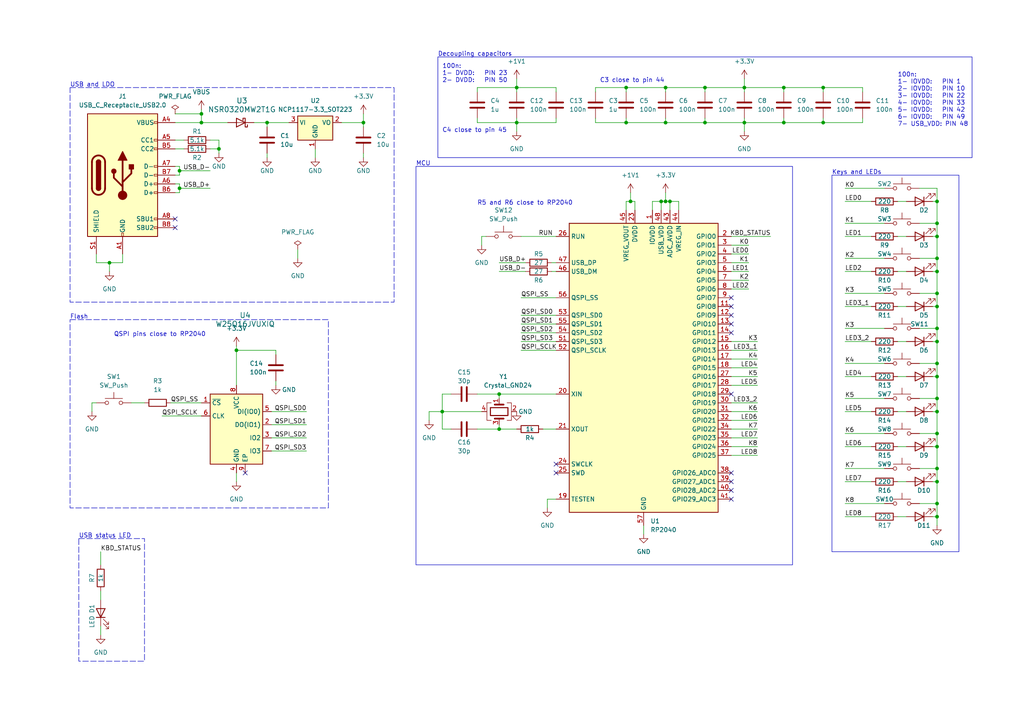
<source format=kicad_sch>
(kicad_sch (version 20230121) (generator eeschema)
  (paper "A4")
  (title_block (title "Keytao 1") (date "2023-07-03") (rev "0.1") (company "Asgragrt"))
  (lib_symbols
    (symbol "Connector:USB_C_Receptacle_USB2.0" (pin_names (offset 1.016))
      (property "Reference" "J" (at -10.16 19.05 0))
      (property "Value" "USB_C_Receptacle_USB2.0" (at 19.05 19.05 0))
      (symbol "USB_C_Receptacle_USB2.0_1_1"
        (pin passive line (at 0 -22.86 90) (length 5.08) (name "GND") (number "A1"))
        (pin passive line (at 0 -22.86 90) (length 5.08) hide (name "GND") (number "A12"))
        (pin passive line (at 15.24 15.24 180) (length 5.08) (name "VBUS") (number "A4"))
        (pin bidirectional line (at 15.24 10.16 180) (length 5.08) (name "CC1") (number "A5"))
        (pin bidirectional line (at 15.24 -2.54 180) (length 5.08) (name "D+") (number "A6"))
        (pin bidirectional line (at 15.24 2.54 180) (length 5.08) (name "D-") (number "A7"))
        (pin bidirectional line (at 15.24 -12.7 180) (length 5.08) (name "SBU1") (number "A8"))
        (pin passive line (at 15.24 15.24 180) (length 5.08) hide (name "VBUS") (number "A9"))
        (pin passive line (at 0 -22.86 90) (length 5.08) hide (name "GND") (number "B1"))
        (pin passive line (at 0 -22.86 90) (length 5.08) hide (name "GND") (number "B12"))
        (pin passive line (at 15.24 15.24 180) (length 5.08) hide (name "VBUS") (number "B4"))
        (pin bidirectional line (at 15.24 7.62 180) (length 5.08) (name "CC2") (number "B5"))
        (pin bidirectional line (at 15.24 -5.08 180) (length 5.08) (name "D+") (number "B6"))
        (pin bidirectional line (at 15.24 0 180) (length 5.08) (name "D-") (number "B7"))
        (pin bidirectional line (at 15.24 -15.24 180) (length 5.08) (name "SBU2") (number "B8"))
        (pin passive line (at 15.24 15.24 180) (length 5.08) hide (name "VBUS") (number "B9"))
        (pin passive line (at -7.62 -22.86 90) (length 5.08) (name "SHIELD") (number "S1"))
      )
    )
    (symbol "Device:C" (pin_numbers hide) (pin_names (offset 0.254))
      (property "Reference" "C" (at 0.635 2.54 0))
      (property "Value" "C" (at 0.635 -2.54 0))
      (symbol "C_1_1"
        (pin passive line (at 0 3.81 270) (length 2.794) (name "~") (number "1"))
        (pin passive line (at 0 -3.81 90) (length 2.794) (name "~") (number "2"))
      )
    )
    (symbol "Device:Crystal_GND24" (pin_names (offset 1.016) hide)
      (property "Reference" "Y" (at 3.175 5.08 0))
      (property "Value" "Crystal_GND24" (at 3.175 3.175 0))
      (symbol "Crystal_GND24_1_1"
        (pin passive line (at -3.81 0 0) (length 1.27) (name "1") (number "1"))
        (pin passive line (at 0 5.08 270) (length 1.27) (name "2") (number "2"))
        (pin passive line (at 3.81 0 180) (length 1.27) (name "3") (number "3"))
        (pin passive line (at 0 -5.08 90) (length 1.27) (name "4") (number "4"))
      )
    )
    (symbol "Device:LED" (pin_numbers hide) (pin_names (offset 1.016) hide)
      (property "Reference" "D" (at 0 2.54 0))
      (property "Value" "LED" (at 0 -2.54 0))
      (symbol "LED_1_1"
        (pin passive line (at -3.81 0 0) (length 2.54) (name "K") (number "1"))
        (pin passive line (at 3.81 0 180) (length 2.54) (name "A") (number "2"))
      )
    )
    (symbol "Device:R" (pin_numbers hide) (pin_names (offset 0))
      (property "Reference" "R" (at 2.032 0 90))
      (property "Value" "R" (at 0 0 90))
      (symbol "R_1_1"
        (pin passive line (at 0 3.81 270) (length 1.27) (name "~") (number "1"))
        (pin passive line (at 0 -3.81 90) (length 1.27) (name "~") (number "2"))
      )
    )
    (symbol "Diode:NSR0340HT1G" (pin_numbers hide) (pin_names (offset 1.016) hide)
      (property "Reference" "D" (at 0 2.54 0))
      (property "Value" "NSR0340HT1G" (at 0 -2.54 0))
      (symbol "NSR0340HT1G_1_1"
        (pin passive line (at -3.81 0 0) (length 2.54) (name "K") (number "1"))
        (pin passive line (at 3.81 0 180) (length 2.54) (name "A") (number "2"))
      )
    )
    (symbol "MCU_RaspberryPi:RP2040"
      (property "Reference" "U" (at 17.78 45.72 0))
      (property "Value" "RP2040" (at 17.78 43.18 0))
      (symbol "RP2040_1_1"
        (pin power_in line (at 2.54 45.72 270) (length 3.81) (name "IOVDD") (number "1"))
        (pin passive line (at 2.54 45.72 270) (length 3.81) hide (name "IOVDD") (number "10"))
        (pin bidirectional line (at 25.4 17.78 180) (length 3.81) (name "GPIO8") (number "11"))
        (pin bidirectional line (at 25.4 15.24 180) (length 3.81) (name "GPIO9") (number "12"))
        (pin bidirectional line (at 25.4 12.7 180) (length 3.81) (name "GPIO10") (number "13"))
        (pin bidirectional line (at 25.4 10.16 180) (length 3.81) (name "GPIO11") (number "14"))
        (pin bidirectional line (at 25.4 7.62 180) (length 3.81) (name "GPIO12") (number "15"))
        (pin bidirectional line (at 25.4 5.08 180) (length 3.81) (name "GPIO13") (number "16"))
        (pin bidirectional line (at 25.4 2.54 180) (length 3.81) (name "GPIO14") (number "17"))
        (pin bidirectional line (at 25.4 0 180) (length 3.81) (name "GPIO15") (number "18"))
        (pin input line (at -25.4 -38.1 0) (length 3.81) (name "TESTEN") (number "19"))
        (pin bidirectional line (at 25.4 38.1 180) (length 3.81) (name "GPIO0") (number "2"))
        (pin input line (at -25.4 -7.62 0) (length 3.81) (name "XIN") (number "20"))
        (pin passive line (at -25.4 -17.78 0) (length 3.81) (name "XOUT") (number "21"))
        (pin passive line (at 2.54 45.72 270) (length 3.81) hide (name "IOVDD") (number "22"))
        (pin power_in line (at -2.54 45.72 270) (length 3.81) (name "DVDD") (number "23"))
        (pin input line (at -25.4 -27.94 0) (length 3.81) (name "SWCLK") (number "24"))
        (pin bidirectional line (at -25.4 -30.48 0) (length 3.81) (name "SWD") (number "25"))
        (pin input line (at -25.4 38.1 0) (length 3.81) (name "RUN") (number "26"))
        (pin bidirectional line (at 25.4 -2.54 180) (length 3.81) (name "GPIO16") (number "27"))
        (pin bidirectional line (at 25.4 -5.08 180) (length 3.81) (name "GPIO17") (number "28"))
        (pin bidirectional line (at 25.4 -7.62 180) (length 3.81) (name "GPIO18") (number "29"))
        (pin bidirectional line (at 25.4 35.56 180) (length 3.81) (name "GPIO1") (number "3"))
        (pin bidirectional line (at 25.4 -10.16 180) (length 3.81) (name "GPIO19") (number "30"))
        (pin bidirectional line (at 25.4 -12.7 180) (length 3.81) (name "GPIO20") (number "31"))
        (pin bidirectional line (at 25.4 -15.24 180) (length 3.81) (name "GPIO21") (number "32"))
        (pin passive line (at 2.54 45.72 270) (length 3.81) hide (name "IOVDD") (number "33"))
        (pin bidirectional line (at 25.4 -17.78 180) (length 3.81) (name "GPIO22") (number "34"))
        (pin bidirectional line (at 25.4 -20.32 180) (length 3.81) (name "GPIO23") (number "35"))
        (pin bidirectional line (at 25.4 -22.86 180) (length 3.81) (name "GPIO24") (number "36"))
        (pin bidirectional line (at 25.4 -25.4 180) (length 3.81) (name "GPIO25") (number "37"))
        (pin bidirectional line (at 25.4 -30.48 180) (length 3.81) (name "GPIO26_ADC0") (number "38"))
        (pin bidirectional line (at 25.4 -33.02 180) (length 3.81) (name "GPIO27_ADC1") (number "39"))
        (pin bidirectional line (at 25.4 33.02 180) (length 3.81) (name "GPIO2") (number "4"))
        (pin bidirectional line (at 25.4 -35.56 180) (length 3.81) (name "GPIO28_ADC2") (number "40"))
        (pin bidirectional line (at 25.4 -38.1 180) (length 3.81) (name "GPIO29_ADC3") (number "41"))
        (pin passive line (at 2.54 45.72 270) (length 3.81) hide (name "IOVDD") (number "42"))
        (pin power_in line (at 7.62 45.72 270) (length 3.81) (name "ADC_AVDD") (number "43"))
        (pin power_in line (at 10.16 45.72 270) (length 3.81) (name "VREG_IN") (number "44"))
        (pin power_out line (at -5.08 45.72 270) (length 3.81) (name "VREG_VOUT") (number "45"))
        (pin bidirectional line (at -25.4 27.94 0) (length 3.81) (name "USB_DM") (number "46"))
        (pin bidirectional line (at -25.4 30.48 0) (length 3.81) (name "USB_DP") (number "47"))
        (pin power_in line (at 5.08 45.72 270) (length 3.81) (name "USB_VDD") (number "48"))
        (pin passive line (at 2.54 45.72 270) (length 3.81) hide (name "IOVDD") (number "49"))
        (pin bidirectional line (at 25.4 30.48 180) (length 3.81) (name "GPIO3") (number "5"))
        (pin passive line (at -2.54 45.72 270) (length 3.81) hide (name "DVDD") (number "50"))
        (pin bidirectional line (at -25.4 7.62 0) (length 3.81) (name "QSPI_SD3") (number "51"))
        (pin output line (at -25.4 5.08 0) (length 3.81) (name "QSPI_SCLK") (number "52"))
        (pin bidirectional line (at -25.4 15.24 0) (length 3.81) (name "QSPI_SD0") (number "53"))
        (pin bidirectional line (at -25.4 10.16 0) (length 3.81) (name "QSPI_SD2") (number "54"))
        (pin bidirectional line (at -25.4 12.7 0) (length 3.81) (name "QSPI_SD1") (number "55"))
        (pin bidirectional line (at -25.4 20.32 0) (length 3.81) (name "QSPI_SS") (number "56"))
        (pin power_in line (at 0 -45.72 90) (length 3.81) (name "GND") (number "57"))
        (pin bidirectional line (at 25.4 27.94 180) (length 3.81) (name "GPIO4") (number "6"))
        (pin bidirectional line (at 25.4 25.4 180) (length 3.81) (name "GPIO5") (number "7"))
        (pin bidirectional line (at 25.4 22.86 180) (length 3.81) (name "GPIO6") (number "8"))
        (pin bidirectional line (at 25.4 20.32 180) (length 3.81) (name "GPIO7") (number "9"))
      )
    )
    (symbol "Memory_Flash:W25Q32JVZP"
      (property "Reference" "U4" (at 2.54 33.02 0))
      (property "Value" "W25Q16JVUXIQ" (at 2.54 30.48 0))
      (symbol "W25Q32JVZP_1_1"
        (pin input line (at -10.16 7.62 0) (length 2.54) (name "~{CS}") (number "1"))
        (pin bidirectional line (at 10.16 1.27 180) (length 2.54) (name "DO(IO1)") (number "2"))
        (pin bidirectional line (at 10.16 -2.54 180) (length 2.54) (name "IO2") (number "3"))
        (pin power_in line (at 0 -12.7 90) (length 2.54) (name "GND") (number "4"))
        (pin bidirectional line (at 10.16 5.08 180) (length 2.54) (name "DI(IO0)") (number "5"))
        (pin input line (at -10.16 3.81 0) (length 2.54) (name "CLK") (number "6"))
        (pin bidirectional line (at 10.16 -6.35 180) (length 2.54) (name "IO3") (number "7"))
        (pin power_in line (at 0 12.7 270) (length 2.54) (name "VCC") (number "8"))
        (pin passive line (at 2.54 -12.7 90) (length 2.54) (name "EP") (number "9"))
      )
    )
    (symbol "Regulator_Linear:NCP1117-3.3_SOT223"
      (property "Reference" "U" (at -3.81 3.175 0))
      (property "Value" "NCP1117-3.3_SOT223" (at 0 3.175 0))
      (symbol "NCP1117-3.3_SOT223_1_1"
        (pin power_in line (at 0 -7.62 90) (length 2.54) (name "GND") (number "1"))
        (pin power_out line (at 7.62 0 180) (length 2.54) (name "VO") (number "2"))
        (pin power_in line (at -7.62 0 0) (length 2.54) (name "VI") (number "3"))
      )
    )
    (symbol "Switch:SW_Push" (pin_numbers hide) (pin_names (offset 1.016) hide)
      (property "Reference" "SW" (at 1.27 2.54 0))
      (property "Value" "SW_Push" (at 0 -1.524 0))
      (symbol "SW_Push_0_1"
        (pin passive line (at -5.08 0 0) (length 2.54) (name "1") (number "1"))
        (pin passive line (at 5.08 0 180) (length 2.54) (name "2") (number "2"))
      )
    )
    (symbol "power:+1V1" (power) (pin_names (offset 0))
      (property "Value" "+1V1" (at 0 3.556 0))
      (symbol "+1V1_1_1"
        (pin power_in line (at 0 0 90) (length 0) hide (name "+1V1") (number "1"))
      )
    )
    (symbol "power:+3.3V" (power) (pin_names (offset 0))
      (property "Value" "+3.3V" (at 0 3.556 0))
      (symbol "+3.3V_1_1"
        (pin power_in line (at 0 0 90) (length 0) hide (name "+3.3V") (number "1"))
      )
    )
    (symbol "power:GND" (power) (pin_names (offset 0))
      (property "Value" "GND" (at 0 -3.81 0))
      (symbol "GND_1_1"
        (pin power_in line (at 0 0 270) (length 0) hide (name "GND") (number "1"))
      )
    )
    (symbol "power:PWR_FLAG" (power) (pin_numbers hide) (pin_names (offset 0) hide)
      (property "Value" "PWR_FLAG" (at 0 3.81 0))
      (symbol "PWR_FLAG_0_0"
        (pin power_out line (at 0 0 90) (length 0) (name "pwr") (number "1"))
      )
    )
    (symbol "power:VBUS" (power) (pin_names (offset 0))
      (property "Value" "VBUS" (at 0 3.81 0))
      (symbol "VBUS_1_1"
        (pin power_in line (at 0 0 90) (length 0) hide (name "VBUS") (number "1"))
      )
    )
  )
  (junction (at 271.78 85.09))
  (junction (at 271.78 146.05))
  (junction (at 271.78 109.22))
  (junction (at 271.78 88.9))
  (junction (at 149.86 35.56))
  (junction (at 271.78 78.74))
  (junction (at 271.78 64.77))
  (junction (at 182.88 58.42))
  (junction (at 271.78 119.38))
  (junction (at 31.75 76.2))
  (junction (at 271.78 95.25))
  (junction (at 227.33 25.4))
  (junction (at 52.07 54.61))
  (junction (at 105.41 35.56))
  (junction (at 271.78 68.58))
  (junction (at 204.47 35.56))
  (junction (at 271.78 99.06))
  (junction (at 194.31 58.42))
  (junction (at 63.5 43.18))
  (junction (at 128.27 119.38))
  (junction (at 144.78 124.46))
  (junction (at 215.9 25.4))
  (junction (at 58.42 33.02))
  (junction (at 204.47 25.4))
  (junction (at 193.04 35.56))
  (junction (at 77.47 35.56))
  (junction (at 271.78 105.41))
  (junction (at 271.78 58.42))
  (junction (at 238.76 35.56))
  (junction (at 68.58 101.6))
  (junction (at 181.61 25.4))
  (junction (at 271.78 129.54))
  (junction (at 238.76 25.4))
  (junction (at 149.86 25.4))
  (junction (at 181.61 35.56))
  (junction (at 52.07 49.53))
  (junction (at 193.04 25.4))
  (junction (at 215.9 35.56))
  (junction (at 144.78 114.3))
  (junction (at 271.78 149.86))
  (junction (at 193.04 58.42))
  (junction (at 191.77 58.42))
  (junction (at 227.33 35.56))
  (junction (at 271.78 125.73))
  (junction (at 271.78 74.93))
  (junction (at 271.78 135.89))
  (junction (at 271.78 115.57))
  (junction (at 58.42 35.56))
  (junction (at 271.78 139.7))
  (no_connect (at 212.09 139.7))
  (no_connect (at 212.09 114.3))
  (no_connect (at 212.09 91.44))
  (no_connect (at 161.29 137.16))
  (no_connect (at 50.8 66.04))
  (no_connect (at 212.09 142.24))
  (no_connect (at 212.09 86.36))
  (no_connect (at 50.8 63.5))
  (no_connect (at 212.09 96.52))
  (no_connect (at 212.09 93.98))
  (no_connect (at 161.29 134.62))
  (no_connect (at 71.12 137.16))
  (no_connect (at 212.09 144.78))
  (no_connect (at 212.09 137.16))
  (no_connect (at 212.09 88.9))
  (wire (pts (xy 50.8 55.88) (xy 52.07 55.88)))
  (wire (pts (xy 217.17 78.74) (xy 212.09 78.74)))
  (wire (pts (xy 144.78 124.46) (xy 149.86 124.46)))
  (wire (pts (xy 250.19 26.67) (xy 250.19 25.4)))
  (wire (pts (xy 271.78 64.77) (xy 271.78 68.58)))
  (wire (pts (xy 215.9 25.4) (xy 227.33 25.4)))
  (wire (pts (xy 270.51 129.54) (xy 271.78 129.54)))
  (wire (pts (xy 270.51 58.42) (xy 271.78 58.42)))
  (wire (pts (xy 262.89 139.7) (xy 260.35 139.7)))
  (wire (pts (xy 63.5 40.64) (xy 63.5 43.18)))
  (wire (pts (xy 29.21 181.61) (xy 29.21 184.15)))
  (wire (pts (xy 204.47 25.4) (xy 193.04 25.4)))
  (wire (pts (xy 151.13 99.06) (xy 161.29 99.06)))
  (wire (pts (xy 144.78 114.3) (xy 161.29 114.3)))
  (wire (pts (xy 266.7 54.61) (xy 271.78 54.61)))
  (wire (pts (xy 245.11 58.42) (xy 252.73 58.42)))
  (wire (pts (xy 245.11 99.06) (xy 252.73 99.06)))
  (wire (pts (xy 271.78 129.54) (xy 271.78 135.89)))
  (wire (pts (xy 245.11 129.54) (xy 252.73 129.54)))
  (wire (pts (xy 245.11 115.57) (xy 256.54 115.57)))
  (wire (pts (xy 266.7 64.77) (xy 271.78 64.77)))
  (wire (pts (xy 80.01 101.6) (xy 68.58 101.6)))
  (wire (pts (xy 262.89 88.9) (xy 260.35 88.9)))
  (wire (pts (xy 52.07 54.61) (xy 60.96 54.61)))
  (wire (pts (xy 182.88 58.42) (xy 184.15 58.42)))
  (wire (pts (xy 124.46 121.92) (xy 124.46 119.38)))
  (wire (pts (xy 204.47 26.67) (xy 204.47 25.4)))
  (wire (pts (xy 271.78 119.38) (xy 271.78 125.73)))
  (wire (pts (xy 144.78 114.3) (xy 138.43 114.3)))
  (wire (pts (xy 215.9 22.86) (xy 215.9 25.4)))
  (wire (pts (xy 262.89 58.42) (xy 260.35 58.42)))
  (wire (pts (xy 138.43 34.29) (xy 138.43 35.56)))
  (wire (pts (xy 271.78 85.09) (xy 271.78 88.9)))
  (wire (pts (xy 262.89 99.06) (xy 260.35 99.06)))
  (wire (pts (xy 78.74 123.19) (xy 88.9 123.19)))
  (wire (pts (xy 181.61 35.56) (xy 181.61 34.29)))
  (wire (pts (xy 189.23 60.96) (xy 189.23 58.42)))
  (wire (pts (xy 219.71 127) (xy 212.09 127)))
  (wire (pts (xy 149.86 25.4) (xy 149.86 26.67)))
  (wire (pts (xy 149.86 22.86) (xy 149.86 25.4)))
  (wire (pts (xy 193.04 58.42) (xy 194.31 58.42)))
  (wire (pts (xy 151.13 96.52) (xy 161.29 96.52)))
  (wire (pts (xy 194.31 58.42) (xy 196.85 58.42)))
  (wire (pts (xy 219.71 106.68) (xy 212.09 106.68)))
  (wire (pts (xy 50.8 33.02) (xy 58.42 33.02)))
  (wire (pts (xy 35.56 73.66) (xy 35.56 76.2)))
  (wire (pts (xy 266.7 95.25) (xy 271.78 95.25)))
  (wire (pts (xy 138.43 25.4) (xy 149.86 25.4)))
  (wire (pts (xy 219.71 116.84) (xy 212.09 116.84)))
  (wire (pts (xy 77.47 44.45) (xy 77.47 45.72)))
  (wire (pts (xy 196.85 60.96) (xy 196.85 58.42)))
  (wire (pts (xy 227.33 34.29) (xy 227.33 35.56)))
  (wire (pts (xy 219.71 111.76) (xy 212.09 111.76)))
  (wire (pts (xy 130.81 124.46) (xy 128.27 124.46)))
  (wire (pts (xy 138.43 26.67) (xy 138.43 25.4)))
  (wire (pts (xy 151.13 93.98) (xy 161.29 93.98)))
  (wire (pts (xy 139.7 68.58) (xy 139.7 71.12)))
  (wire (pts (xy 271.78 125.73) (xy 271.78 129.54)))
  (wire (pts (xy 270.51 139.7) (xy 271.78 139.7)))
  (wire (pts (xy 245.11 78.74) (xy 252.73 78.74)))
  (wire (pts (xy 270.51 88.9) (xy 271.78 88.9)))
  (wire (pts (xy 271.78 78.74) (xy 271.78 85.09)))
  (wire (pts (xy 73.66 35.56) (xy 77.47 35.56)))
  (wire (pts (xy 219.71 132.08) (xy 212.09 132.08)))
  (wire (pts (xy 181.61 58.42) (xy 182.88 58.42)))
  (wire (pts (xy 52.07 54.61) (xy 52.07 55.88)))
  (wire (pts (xy 217.17 83.82) (xy 212.09 83.82)))
  (wire (pts (xy 181.61 26.67) (xy 181.61 25.4)))
  (wire (pts (xy 271.78 88.9) (xy 271.78 95.25)))
  (wire (pts (xy 271.78 54.61) (xy 271.78 58.42)))
  (wire (pts (xy 182.88 55.88) (xy 182.88 58.42)))
  (wire (pts (xy 27.94 116.84) (xy 26.67 116.84)))
  (wire (pts (xy 245.11 54.61) (xy 256.54 54.61)))
  (wire (pts (xy 172.72 34.29) (xy 172.72 35.56)))
  (wire (pts (xy 191.77 58.42) (xy 193.04 58.42)))
  (wire (pts (xy 250.19 34.29) (xy 250.19 35.56)))
  (wire (pts (xy 50.8 48.26) (xy 52.07 48.26)))
  (wire (pts (xy 238.76 34.29) (xy 238.76 35.56)))
  (wire (pts (xy 215.9 35.56) (xy 215.9 38.1)))
  (wire (pts (xy 78.74 119.38) (xy 88.9 119.38)))
  (wire (pts (xy 245.11 149.86) (xy 252.73 149.86)))
  (wire (pts (xy 245.11 88.9) (xy 252.73 88.9)))
  (wire (pts (xy 266.7 74.93) (xy 271.78 74.93)))
  (wire (pts (xy 31.75 76.2) (xy 35.56 76.2)))
  (wire (pts (xy 245.11 125.73) (xy 256.54 125.73)))
  (wire (pts (xy 138.43 35.56) (xy 149.86 35.56)))
  (wire (pts (xy 191.77 58.42) (xy 191.77 60.96)))
  (wire (pts (xy 80.01 111.76) (xy 80.01 110.49)))
  (wire (pts (xy 184.15 58.42) (xy 184.15 60.96)))
  (wire (pts (xy 140.97 68.58) (xy 139.7 68.58)))
  (wire (pts (xy 266.7 146.05) (xy 271.78 146.05)))
  (wire (pts (xy 149.86 25.4) (xy 161.29 25.4)))
  (wire (pts (xy 223.52 68.58) (xy 212.09 68.58)))
  (wire (pts (xy 245.11 135.89) (xy 256.54 135.89)))
  (wire (pts (xy 270.51 119.38) (xy 271.78 119.38)))
  (wire (pts (xy 49.53 116.84) (xy 58.42 116.84)))
  (wire (pts (xy 27.94 76.2) (xy 31.75 76.2)))
  (wire (pts (xy 245.11 85.09) (xy 256.54 85.09)))
  (wire (pts (xy 238.76 25.4) (xy 238.76 26.67)))
  (wire (pts (xy 204.47 34.29) (xy 204.47 35.56)))
  (wire (pts (xy 68.58 137.16) (xy 68.58 139.7)))
  (wire (pts (xy 271.78 149.86) (xy 271.78 152.4)))
  (wire (pts (xy 238.76 35.56) (xy 227.33 35.56)))
  (wire (pts (xy 271.78 115.57) (xy 271.78 119.38)))
  (wire (pts (xy 161.29 34.29) (xy 161.29 35.56)))
  (wire (pts (xy 271.78 99.06) (xy 271.78 105.41)))
  (wire (pts (xy 172.72 26.67) (xy 172.72 25.4)))
  (wire (pts (xy 227.33 25.4) (xy 238.76 25.4)))
  (wire (pts (xy 151.13 86.36) (xy 161.29 86.36)))
  (wire (pts (xy 219.71 121.92) (xy 212.09 121.92)))
  (wire (pts (xy 128.27 119.38) (xy 139.7 119.38)))
  (wire (pts (xy 245.11 95.25) (xy 256.54 95.25)))
  (wire (pts (xy 58.42 35.56) (xy 66.04 35.56)))
  (wire (pts (xy 271.78 146.05) (xy 271.78 149.86)))
  (wire (pts (xy 266.7 125.73) (xy 271.78 125.73)))
  (wire (pts (xy 215.9 35.56) (xy 204.47 35.56)))
  (wire (pts (xy 31.75 76.2) (xy 31.75 78.74)))
  (wire (pts (xy 245.11 109.22) (xy 252.73 109.22)))
  (wire (pts (xy 50.8 43.18) (xy 53.34 43.18)))
  (wire (pts (xy 63.5 43.18) (xy 63.5 44.45)))
  (wire (pts (xy 219.71 109.22) (xy 212.09 109.22)))
  (wire (pts (xy 124.46 119.38) (xy 128.27 119.38)))
  (wire (pts (xy 238.76 25.4) (xy 250.19 25.4)))
  (wire (pts (xy 219.71 99.06) (xy 212.09 99.06)))
  (wire (pts (xy 149.86 35.56) (xy 149.86 38.1)))
  (wire (pts (xy 186.69 152.4) (xy 186.69 154.94)))
  (wire (pts (xy 105.41 35.56) (xy 105.41 36.83)))
  (wire (pts (xy 193.04 25.4) (xy 193.04 26.67)))
  (wire (pts (xy 219.71 124.46) (xy 212.09 124.46)))
  (wire (pts (xy 58.42 33.02) (xy 58.42 35.56)))
  (wire (pts (xy 227.33 25.4) (xy 227.33 26.67)))
  (wire (pts (xy 215.9 34.29) (xy 215.9 35.56)))
  (wire (pts (xy 245.11 64.77) (xy 256.54 64.77)))
  (wire (pts (xy 266.7 105.41) (xy 271.78 105.41)))
  (wire (pts (xy 245.11 74.93) (xy 256.54 74.93)))
  (wire (pts (xy 262.89 149.86) (xy 260.35 149.86)))
  (wire (pts (xy 128.27 124.46) (xy 128.27 119.38)))
  (wire (pts (xy 193.04 55.88) (xy 193.04 58.42)))
  (wire (pts (xy 245.11 119.38) (xy 252.73 119.38)))
  (wire (pts (xy 194.31 60.96) (xy 194.31 58.42)))
  (wire (pts (xy 52.07 48.26) (xy 52.07 49.53)))
  (wire (pts (xy 266.7 135.89) (xy 271.78 135.89)))
  (wire (pts (xy 181.61 25.4) (xy 193.04 25.4)))
  (wire (pts (xy 271.78 109.22) (xy 271.78 115.57)))
  (wire (pts (xy 217.17 76.2) (xy 212.09 76.2)))
  (wire (pts (xy 271.78 95.25) (xy 271.78 99.06)))
  (wire (pts (xy 52.07 49.53) (xy 52.07 50.8)))
  (wire (pts (xy 80.01 102.87) (xy 80.01 101.6)))
  (wire (pts (xy 60.96 43.18) (xy 63.5 43.18)))
  (wire (pts (xy 105.41 33.02) (xy 105.41 35.56)))
  (wire (pts (xy 26.67 116.84) (xy 26.67 119.38)))
  (wire (pts (xy 144.78 78.74) (xy 152.4 78.74)))
  (wire (pts (xy 219.71 104.14) (xy 212.09 104.14)))
  (wire (pts (xy 149.86 35.56) (xy 161.29 35.56)))
  (wire (pts (xy 151.13 91.44) (xy 161.29 91.44)))
  (wire (pts (xy 52.07 53.34) (xy 52.07 54.61)))
  (wire (pts (xy 38.1 116.84) (xy 41.91 116.84)))
  (wire (pts (xy 128.27 114.3) (xy 130.81 114.3)))
  (wire (pts (xy 262.89 68.58) (xy 260.35 68.58)))
  (wire (pts (xy 157.48 124.46) (xy 161.29 124.46)))
  (wire (pts (xy 271.78 105.41) (xy 271.78 109.22)))
  (wire (pts (xy 158.75 144.78) (xy 161.29 144.78)))
  (wire (pts (xy 149.86 34.29) (xy 149.86 35.56)))
  (wire (pts (xy 50.8 40.64) (xy 53.34 40.64)))
  (wire (pts (xy 151.13 68.58) (xy 161.29 68.58)))
  (wire (pts (xy 86.36 72.39) (xy 86.36 74.93)))
  (wire (pts (xy 58.42 31.75) (xy 58.42 33.02)))
  (wire (pts (xy 68.58 101.6) (xy 68.58 111.76)))
  (wire (pts (xy 52.07 49.53) (xy 60.96 49.53)))
  (wire (pts (xy 217.17 81.28) (xy 212.09 81.28)))
  (wire (pts (xy 217.17 73.66) (xy 212.09 73.66)))
  (wire (pts (xy 262.89 109.22) (xy 260.35 109.22)))
  (wire (pts (xy 50.8 53.34) (xy 52.07 53.34)))
  (wire (pts (xy 46.99 120.65) (xy 58.42 120.65)))
  (wire (pts (xy 266.7 85.09) (xy 271.78 85.09)))
  (wire (pts (xy 128.27 119.38) (xy 128.27 114.3)))
  (wire (pts (xy 270.51 149.86) (xy 271.78 149.86)))
  (wire (pts (xy 227.33 35.56) (xy 215.9 35.56)))
  (wire (pts (xy 271.78 68.58) (xy 271.78 74.93)))
  (wire (pts (xy 245.11 68.58) (xy 252.73 68.58)))
  (wire (pts (xy 270.51 99.06) (xy 271.78 99.06)))
  (wire (pts (xy 245.11 139.7) (xy 252.73 139.7)))
  (wire (pts (xy 193.04 35.56) (xy 181.61 35.56)))
  (wire (pts (xy 27.94 73.66) (xy 27.94 76.2)))
  (wire (pts (xy 172.72 25.4) (xy 181.61 25.4)))
  (wire (pts (xy 172.72 35.56) (xy 181.61 35.56)))
  (wire (pts (xy 270.51 109.22) (xy 271.78 109.22)))
  (wire (pts (xy 204.47 25.4) (xy 215.9 25.4)))
  (wire (pts (xy 271.78 139.7) (xy 271.78 146.05)))
  (wire (pts (xy 193.04 34.29) (xy 193.04 35.56)))
  (wire (pts (xy 189.23 58.42) (xy 191.77 58.42)))
  (wire (pts (xy 270.51 68.58) (xy 271.78 68.58)))
  (wire (pts (xy 77.47 36.83) (xy 77.47 35.56)))
  (wire (pts (xy 245.11 146.05) (xy 256.54 146.05)))
  (wire (pts (xy 219.71 129.54) (xy 212.09 129.54)))
  (wire (pts (xy 77.47 35.56) (xy 83.82 35.56)))
  (wire (pts (xy 151.13 101.6) (xy 161.29 101.6)))
  (wire (pts (xy 271.78 74.93) (xy 271.78 78.74)))
  (wire (pts (xy 91.44 43.18) (xy 91.44 45.72)))
  (wire (pts (xy 29.21 160.02) (xy 29.21 163.83)))
  (wire (pts (xy 219.71 101.6) (xy 212.09 101.6)))
  (wire (pts (xy 68.58 100.33) (xy 68.58 101.6)))
  (wire (pts (xy 160.02 76.2) (xy 161.29 76.2)))
  (wire (pts (xy 204.47 35.56) (xy 193.04 35.56)))
  (wire (pts (xy 50.8 50.8) (xy 52.07 50.8)))
  (wire (pts (xy 270.51 78.74) (xy 271.78 78.74)))
  (wire (pts (xy 215.9 25.4) (xy 215.9 26.67)))
  (wire (pts (xy 262.89 78.74) (xy 260.35 78.74)))
  (wire (pts (xy 50.8 35.56) (xy 58.42 35.56)))
  (wire (pts (xy 144.78 124.46) (xy 144.78 123.19)))
  (wire (pts (xy 78.74 127) (xy 88.9 127)))
  (wire (pts (xy 138.43 124.46) (xy 144.78 124.46)))
  (wire (pts (xy 262.89 119.38) (xy 260.35 119.38)))
  (wire (pts (xy 29.21 171.45) (xy 29.21 173.99)))
  (wire (pts (xy 250.19 35.56) (xy 238.76 35.56)))
  (wire (pts (xy 271.78 135.89) (xy 271.78 139.7)))
  (wire (pts (xy 219.71 119.38) (xy 212.09 119.38)))
  (wire (pts (xy 217.17 71.12) (xy 212.09 71.12)))
  (wire (pts (xy 245.11 105.41) (xy 256.54 105.41)))
  (wire (pts (xy 161.29 25.4) (xy 161.29 26.67)))
  (wire (pts (xy 266.7 115.57) (xy 271.78 115.57)))
  (wire (pts (xy 158.75 147.32) (xy 158.75 144.78)))
  (wire (pts (xy 160.02 78.74) (xy 161.29 78.74)))
  (wire (pts (xy 144.78 115.57) (xy 144.78 114.3)))
  (wire (pts (xy 144.78 76.2) (xy 152.4 76.2)))
  (wire (pts (xy 262.89 129.54) (xy 260.35 129.54)))
  (wire (pts (xy 60.96 40.64) (xy 63.5 40.64)))
  (wire (pts (xy 78.74 130.81) (xy 88.9 130.81)))
  (wire (pts (xy 271.78 58.42) (xy 271.78 64.77)))
  (wire (pts (xy 99.06 35.56) (xy 105.41 35.56)))
  (wire (pts (xy 105.41 44.45) (xy 105.41 45.72)))
  (wire (pts (xy 181.61 60.96) (xy 181.61 58.42)))
  (rectangle (start 241.3 50.8) (end 278.13 160.02))
  (rectangle (start 20.32 25.4) (end 114.3 87.63) (stroke (width 0) (type dash)))
  (rectangle (start 127 16.51) (end 281.94 45.72))
  (rectangle (start 120.65 48.26) (end 229.87 163.83))
  (rectangle (start 22.86 156.21) (end 41.91 191.77) (stroke (width 0) (type dash)))
  (rectangle (start 20.32 92.71) (end 95.25 147.32) (stroke (width 0) (type dash)))
  (text "C4 close to pin 45\n\n" (at 128.27 40.64 0) (effects (font (size 1.27 1.27)) (justify left bottom)))
  (text "100n:\n1- IOVDD:   PIN 1\n2- IOVDD:   PIN 10\n3- IOVDD:   PIN 22\n4- IOVDD:   PIN 33\n5- IOVDD:   PIN 42\n6- IOVDD:   PIN 49\n7- USB_VDD: PIN 48" (at 260.35 36.83 0) (effects (font (size 1.27 1.27)) (justify left bottom)))
  (text "Keys and LEDs" (at 241.3 50.8 0) (effects (font (size 1.27 1.27)) (justify left bottom)))
  (text "MCU" (at 120.65 48.26 0) (effects (font (size 1.27 1.27)) (justify left bottom)))
  (text "Flash\n" (at 20.32 92.71 0) (effects (font (size 1.27 1.27)) (justify left bottom)))
  (text "QSPI pins close to RP2040\n" (at 33.02 97.79 0) (effects (font (size 1.27 1.27)) (justify left bottom)))
  (text "C3 close to pin 44\n" (at 173.99 24.13 0) (effects (font (size 1.27 1.27)) (justify left bottom)))
  (text "USB and LDO" (at 20.32 25.4 0) (effects (font (size 1.27 1.27)) (justify left bottom)))
  (text "USB status LED\n" (at 22.86 156.21 0) (effects (font (size 1.27 1.27)) (justify left bottom)))
  (text "100n:\n1- DVDD:   PIN 23\n2- DVDD:   PIN 50" (at 128.27 24.13 0) (effects (font (size 1.27 1.27)) (justify left bottom)))
  (text "R5 and R6 close to RP2040\n" (at 138.43 59.69 0) (effects (font (size 1.27 1.27)) (justify left bottom)))
  (text "Decoupling capacitors\n" (at 127 16.51 0) (effects (font (size 1.27 1.27)) (justify left bottom)))
  (label "K2" (at 217.17 81.28 180))
  (label "K1" (at 245.11 64.77 0))
  (label "K3" (at 245.11 95.25 0))
  (label "USB_D-" (at 144.78 78.74 0))
  (label "KBD_STATUS" (at 223.52 68.58 180))
  (label "QSPI_SD2" (at 151.13 96.52 0))
  (label "LED2" (at 217.17 83.82 180))
  (label "K5" (at 245.11 115.57 0))
  (label "LED2" (at 245.11 78.74 0))
  (label "K3" (at 219.71 99.06 180))
  (label "USB_D+" (at 144.78 76.2 0))
  (label "K7" (at 245.11 135.89 0))
  (label "QSPI_SD1" (at 88.9 123.19 180))
  (label "LED1" (at 245.11 68.58 0))
  (label "K3" (at 245.11 85.09 0))
  (label "K0" (at 217.17 71.12 180))
  (label "QSPI_SD2" (at 88.9 127 180))
  (label "QSPI_SD1" (at 151.13 93.98 0))
  (label "K7" (at 219.71 124.46 180))
  (label "LED4" (at 219.71 106.68 180))
  (label "RUN" (at 156.21 68.58 0))
  (label "LED8" (at 219.71 132.08 180))
  (label "LED1" (at 217.17 78.74 180))
  (label "K6" (at 245.11 125.73 0))
  (label "K4" (at 219.71 104.14 180))
  (label "LED0" (at 217.17 73.66 180))
  (label "LED6" (at 245.11 129.54 0))
  (label "QSPI_SS" (at 151.13 86.36 0))
  (label "LED6" (at 219.71 121.92 180))
  (label "QSPI_SD0" (at 151.13 91.44 0))
  (label "K6" (at 219.71 119.38 180))
  (label "USB_D-" (at 60.96 49.53 180))
  (label "LED5" (at 245.11 119.38 0))
  (label "LED5" (at 219.71 111.76 180))
  (label "K0" (at 245.11 54.61 0))
  (label "QSPI_SD3" (at 88.9 130.81 180))
  (label "USB_D+" (at 60.96 54.61 180))
  (label "QSPI_SS" (at 49.53 116.84 0))
  (label "LED3_2" (at 219.71 116.84 180))
  (label "LED3_1" (at 219.71 101.6 180))
  (label "LED3_1" (at 245.11 88.9 0))
  (label "LED8" (at 245.11 149.86 0))
  (label "K8" (at 219.71 129.54 180))
  (label "QSPI_SCLK" (at 46.99 120.65 0))
  (label "K8" (at 245.11 146.05 0))
  (label "LED4" (at 245.11 109.22 0))
  (label "K4" (at 245.11 105.41 0))
  (label "K5" (at 219.71 109.22 180))
  (label "LED0" (at 245.11 58.42 0))
  (label "QSPI_SD3" (at 151.13 99.06 0))
  (label "K2" (at 245.11 74.93 0))
  (label "QSPI_SCLK" (at 151.13 101.6 0))
  (label "K1" (at 217.17 76.2 180))
  (label "KBD_STATUS" (at 29.21 160.02 0))
  (label "QSPI_SD0" (at 88.9 119.38 180))
  (label "LED3_2" (at 245.11 99.06 0))
  (label "LED7" (at 219.71 127 180))
  (label "LED7" (at 245.11 139.7 0))
  (symbol (lib_id "power:VBUS") (at 58.42 31.75 0) (unit 1)
    (property "Reference" "#PWR023" (effects hide))
    (property "Value" "VBUS" (at 58.42 26.67 0))
  )
  (symbol (lib_id "power:GND") (at 77.47 45.72 0) (unit 1)
    (property "Reference" "#PWR03" (effects hide))
    (property "Value" "GND" (at 77.47 49.53 0))
  )
  (symbol (lib_id "Device:C") (at 138.43 30.48 0) (unit 1)
    (property "Reference" "C4" (at 142.24 29.21 0) (effects (justify left)))
    (property "Value" "1u" (at 142.24 31.75 0) (effects (justify left)))
    (property "Footprint" "Capacitor_SMD:C_0402_1005Metric" (effects hide))
    (property "JLCPCB Part#" "C52923" (effects hide))
  )
  (symbol (lib_id "Device:C") (at 149.86 30.48 0) (unit 1)
    (property "Reference" "C12" (at 153.67 29.21 0) (effects (justify left)))
    (property "Value" "100n" (at 153.67 31.75 0) (effects (justify left)))
    (property "Footprint" "Capacitor_SMD:C_0402_1005Metric" (effects hide))
    (property "JLCPCB Part#" "C1525" (effects hide))
  )
  (symbol (lib_id "power:GND") (at 26.67 119.38 0) (unit 1)
    (property "Reference" "#PWR013" (effects hide))
    (property "Value" "GND" (at 26.67 124.46 0))
  )
  (symbol (lib_id "power:GND") (at 86.36 74.93 0) (unit 1)
    (property "Reference" "#PWR024" (effects hide))
    (property "Value" "GND" (at 86.36 80.01 0))
  )
  (symbol (lib_id "Device:R") (at 256.54 139.7 90) (unit 1)
    (property "Reference" "R16" (at 256.54 142.24 90))
    (property "Value" "220" (at 256.54 139.7 90))
    (property "Footprint" "Resistor_SMD:R_0402_1005Metric" (effects hide))
    (property "JLCPCB Part#" "C25091" (effects hide))
  )
  (symbol (lib_id "Device:C") (at 193.04 30.48 0) (unit 1)
    (property "Reference" "C6" (at 196.85 29.21 0) (effects (justify left)))
    (property "Value" "100n" (at 196.85 31.75 0) (effects (justify left)))
    (property "Footprint" "Capacitor_SMD:C_0402_1005Metric" (effects hide))
    (property "JLCPCB Part#" "C1525" (effects hide))
  )
  (symbol (lib_id "Device:C") (at 250.19 30.48 0) (unit 1)
    (property "Reference" "C11" (at 254 29.21 0) (effects (justify left)))
    (property "Value" "100n" (at 254 31.75 0) (effects (justify left)))
    (property "Footprint" "Capacitor_SMD:C_0402_1005Metric" (effects hide))
    (property "JLCPCB Part#" "C1525" (effects hide))
  )
  (symbol (lib_id "power:+3.3V") (at 215.9 22.86 0) (unit 1)
    (property "Reference" "#PWR07" (effects hide))
    (property "Value" "+3.3V" (at 215.9 17.78 0))
  )
  (symbol (lib_id "power:GND") (at 158.75 147.32 0) (unit 1)
    (property "Reference" "#PWR018" (effects hide))
    (property "Value" "GND" (at 158.75 152.4 0))
  )
  (symbol (lib_id "Device:Crystal_GND24") (at 144.78 119.38 270) (unit 1)
    (property "Reference" "Y1" (at 146.05 109.22 90))
    (property "Value" "Crystal_GND24" (at 147.32 111.76 90))
    (property "Footprint" "Crystal:Crystal_SMD_3225-4Pin_3.2x2.5mm" (effects hide))
    (property "JLCPCB Part#" "C9002" (effects hide))
  )
  (symbol (lib_id "power:GND") (at 124.46 121.92 0) (unit 1)
    (property "Reference" "#PWR017" (effects hide))
    (property "Value" "GND" (at 124.46 127 0))
  )
  (symbol (lib_id "power:+1V1") (at 149.86 22.86 0) (unit 1)
    (property "Reference" "#PWR08" (effects hide))
    (property "Value" "+1V1" (at 149.86 17.78 0))
  )
  (symbol (lib_id "Device:C") (at 181.61 30.48 0) (unit 1)
    (property "Reference" "C5" (at 185.42 29.21 0) (effects (justify left)))
    (property "Value" "100n" (at 185.42 31.75 0) (effects (justify left)))
    (property "Footprint" "Capacitor_SMD:C_0402_1005Metric" (effects hide))
    (property "JLCPCB Part#" "C1525" (effects hide))
  )
  (symbol (lib_id "Device:LED") (at 266.7 129.54 180) (unit 1)
    (property "Reference" "D9" (at 267.97 132.08 0))
    (property "Value" "LED" (effects hide))
    (property "Footprint" "LED_SMD:LED_0805_2012Metric" (effects hide))
    (property "JLCPCB Part#" "C84256" (effects hide))
  )
  (symbol (lib_id "Device:C") (at 134.62 114.3 90) (unit 1)
    (property "Reference" "C15" (at 134.62 107.95 90))
    (property "Value" "30p" (at 134.62 110.49 90))
    (property "Footprint" "Capacitor_SMD:C_0402_1005Metric" (effects hide))
    (property "JLCPCB Part#" "C1570" (effects hide))
  )
  (symbol (lib_id "Device:LED") (at 266.7 68.58 180) (unit 1)
    (property "Reference" "D3" (at 267.97 71.12 0))
    (property "Value" "LED" (effects hide))
    (property "Footprint" "LED_SMD:LED_0805_2012Metric" (effects hide))
    (property "JLCPCB Part#" "C84256" (effects hide))
  )
  (symbol (lib_id "Switch:SW_Push") (at 261.62 135.89 0) (mirror y) (unit 1)
    (property "Reference" "SW9" (at 256.54 134.62 0))
    (property "Value" "SW_Push" (effects hide))
    (property "Footprint" "switches:MXOnly-1U-Hotswap-Antishear_1" (effects hide))
    (property "JLCPCB Part#" "C5156480" (effects hide))
  )
  (symbol (lib_id "Device:C") (at 134.62 124.46 90) (unit 1)
    (property "Reference" "C16" (at 134.62 128.27 90))
    (property "Value" "30p" (at 134.62 130.81 90))
    (property "Footprint" "Capacitor_SMD:C_0402_1005Metric" (effects hide))
    (property "JLCPCB Part#" "C1570" (effects hide))
  )
  (symbol (lib_id "Device:C") (at 172.72 30.48 0) (unit 1)
    (property "Reference" "C3" (at 176.53 29.21 0) (effects (justify left)))
    (property "Value" "1u" (at 176.53 31.75 0) (effects (justify left)))
    (property "Footprint" "Capacitor_SMD:C_0402_1005Metric" (effects hide))
    (property "JLCPCB Part#" "C52923" (effects hide))
  )
  (symbol (lib_id "Device:R") (at 256.54 58.42 90) (unit 1)
    (property "Reference" "R8" (at 256.54 60.96 90))
    (property "Value" "220" (at 256.54 58.42 90))
    (property "Footprint" "Resistor_SMD:R_0402_1005Metric" (effects hide))
    (property "JLCPCB Part#" "C25091" (effects hide))
  )
  (symbol (lib_id "Device:C") (at 227.33 30.48 0) (unit 1)
    (property "Reference" "C9" (at 231.14 29.21 0) (effects (justify left)))
    (property "Value" "100n" (at 231.14 31.75 0) (effects (justify left)))
    (property "Footprint" "Capacitor_SMD:C_0402_1005Metric" (effects hide))
    (property "JLCPCB Part#" "C1525" (effects hide))
  )
  (symbol (lib_id "Device:R") (at 29.21 167.64 0) (unit 1)
    (property "Reference" "R7" (at 26.67 167.64 90))
    (property "Value" "1k" (at 29.21 167.64 90))
    (property "Footprint" "Resistor_SMD:R_0402_1005Metric" (effects hide))
    (property "JLCPCB Part#" "C11702" (effects hide))
  )
  (symbol (lib_id "power:GND") (at 105.41 45.72 0) (unit 1)
    (property "Reference" "#PWR04" (effects hide))
    (property "Value" "GND" (at 105.41 49.53 0))
  )
  (symbol (lib_id "Device:LED") (at 266.7 58.42 180) (unit 1)
    (property "Reference" "D2" (at 267.97 60.96 0))
    (property "Value" "LED" (effects hide))
    (property "Footprint" "LED_SMD:LED_0805_2012Metric" (effects hide))
    (property "JLCPCB Part#" "C84256" (effects hide))
  )
  (symbol (lib_id "Device:LED") (at 266.7 78.74 180) (unit 1)
    (property "Reference" "D4" (at 267.97 81.28 0))
    (property "Value" "LED" (effects hide))
    (property "Footprint" "LED_SMD:LED_0805_2012Metric" (effects hide))
    (property "JLCPCB Part#" "C84256" (effects hide))
  )
  (symbol (lib_id "Device:R") (at 256.54 68.58 90) (unit 1)
    (property "Reference" "R9" (at 256.54 71.12 90))
    (property "Value" "220" (at 256.54 68.58 90))
    (property "Footprint" "Resistor_SMD:R_0402_1005Metric" (effects hide))
    (property "JLCPCB Part#" "C25091" (effects hide))
  )
  (symbol (lib_id "power:+3.3V") (at 193.04 55.88 0) (unit 1)
    (property "Reference" "#PWR011" (effects hide))
    (property "Value" "+3.3V" (at 193.04 50.8 0))
  )
  (symbol (lib_id "Device:R") (at 256.54 78.74 90) (unit 1)
    (property "Reference" "R10" (at 256.54 81.28 90))
    (property "Value" "220" (at 256.54 78.74 90))
    (property "Footprint" "Resistor_SMD:R_0402_1005Metric" (effects hide))
    (property "JLCPCB Part#" "C25091" (effects hide))
  )
  (symbol (lib_id "Device:R") (at 156.21 76.2 90) (unit 1)
    (property "Reference" "R5" (at 156.21 73.66 90))
    (property "Value" "27" (at 156.21 76.2 90))
    (property "Footprint" "Resistor_SMD:R_0603_1608Metric" (effects hide))
    (property "JLCPCB Part#" "C25190" (effects hide))
  )
  (symbol (lib_id "Device:R") (at 256.54 119.38 90) (unit 1)
    (property "Reference" "R14" (at 256.54 121.92 90))
    (property "Value" "220" (at 256.54 119.38 90))
    (property "Footprint" "Resistor_SMD:R_0402_1005Metric" (effects hide))
    (property "JLCPCB Part#" "C25091" (effects hide))
  )
  (symbol (lib_id "Switch:SW_Push") (at 261.62 115.57 0) (mirror y) (unit 1)
    (property "Reference" "SW7" (at 256.54 114.3 0))
    (property "Value" "SW_Push" (effects hide))
    (property "Footprint" "switches:MXOnly-1U-Hotswap-Antishear_1" (effects hide))
    (property "JLCPCB Part#" "C5156480" (effects hide))
  )
  (symbol (lib_id "Switch:SW_Push") (at 146.05 68.58 0) (unit 1)
    (property "Reference" "SW12" (at 146.05 60.96 0))
    (property "Value" "SW_Push" (at 146.05 63.5 0))
    (property "Footprint" "Button_Switch_SMD:SW_Push_1P1T_XKB_TS-1187A" (effects hide))
    (property "JLCPCB Part#" "C318884" (effects hide))
  )
  (symbol (lib_id "power:GND") (at 91.44 45.72 0) (unit 1)
    (property "Reference" "#PWR05" (effects hide))
    (property "Value" "GND" (at 91.44 49.53 0))
  )
  (symbol (lib_id "Device:C") (at 204.47 30.48 0) (unit 1)
    (property "Reference" "C7" (at 208.28 29.21 0) (effects (justify left)))
    (property "Value" "100n" (at 208.28 31.75 0) (effects (justify left)))
    (property "Footprint" "Capacitor_SMD:C_0402_1005Metric" (effects hide))
    (property "JLCPCB Part#" "C1525" (effects hide))
  )
  (symbol (lib_id "Device:R") (at 45.72 116.84 90) (unit 1)
    (property "Reference" "R3" (at 45.72 110.49 90))
    (property "Value" "1k" (at 45.72 113.03 90))
    (property "Footprint" "Resistor_SMD:R_0402_1005Metric" (effects hide))
    (property "JLCPCB Part#" "C11702" (effects hide))
  )
  (symbol (lib_id "power:+3.3V") (at 68.58 100.33 0) (unit 1)
    (property "Reference" "#PWR014" (effects hide))
    (property "Value" "+3.3V" (at 68.58 95.25 0))
  )
  (symbol (lib_id "Switch:SW_Push") (at 261.62 64.77 0) (mirror y) (unit 1)
    (property "Reference" "SW3" (at 256.54 63.5 0))
    (property "Value" "SW_Push" (effects hide))
    (property "Footprint" "switches:MXOnly-1U-Hotswap-Antishear_1" (effects hide))
    (property "JLCPCB Part#" "C5156480" (effects hide))
  )
  (symbol (lib_id "MCU_RaspberryPi:RP2040") (at 186.69 106.68 0) (unit 1)
    (property "Reference" "U1" (at 188.6459 151.13 0) (effects (justify left)))
    (property "Value" "RP2040" (at 188.6459 153.67 0) (effects (justify left)))
    (property "Footprint" "Package_DFN_QFN:QFN-56-1EP_7x7mm_P0.4mm_EP3.2x3.2mm" (effects hide))
    (property "Datasheet" "https://datasheets.raspberrypi.com/rp2040/rp2040-datasheet.pdf" (effects hide))
    (property "JLCPCB Part#" "C2040" (effects hide))
  )
  (symbol (lib_id "Switch:SW_Push") (at 261.62 85.09 0) (mirror y) (unit 1)
    (property "Reference" "SW5" (at 256.54 83.82 0))
    (property "Value" "SW_Push" (effects hide))
    (property "Footprint" "switches:MXOnly-1U-Hotswap-Antishear_1" (effects hide))
    (property "JLCPCB Part#" "C5156480" (effects hide))
  )
  (symbol (lib_id "Memory_Flash:W25Q32JVZP") (at 68.58 124.46 0) (unit 1)
    (property "Reference" "U4" (at 71.12 91.44 0) (effects (font (size 1.524 1.524))))
    (property "Value" "W25Q16JVUXIQ" (at 71.12 93.98 0) (effects (font (size 1.524 1.524))))
    (property "Footprint" "W25Q16JV:W25Q16JVUXIQ_WIN" (effects hide))
    (property "Datasheet" "http://www.winbond.com/resource-files/w25q32jv%20revg%2003272018%20plus.pdf" (effects hide))
    (property "JLCPCB Part#" "C2843335" (effects hide))
  )
  (symbol (lib_id "Device:LED") (at 29.21 177.8 90) (unit 1)
    (property "Reference" "D1" (at 26.67 176.53 0))
    (property "Value" "LED" (at 26.67 180.34 0))
    (property "Footprint" "LED_SMD:LED_0603_1608Metric" (effects hide))
    (property "JLCPCB Part#" "C72038" (effects hide))
  )
  (symbol (lib_id "power:GND") (at 271.78 152.4 0) (unit 1)
    (property "Reference" "#PWR021" (effects hide))
    (property "Value" "GND" (at 271.78 157.48 0))
  )
  (symbol (lib_id "power:PWR_FLAG") (at 86.36 72.39 0) (unit 1)
    (property "Reference" "#FLG01" (effects hide))
    (property "Value" "PWR_FLAG" (at 86.36 67.31 0))
  )
  (symbol (lib_id "power:GND") (at 80.01 111.76 0) (unit 1)
    (property "Reference" "#PWR016" (effects hide))
    (property "Value" "GND" (at 83.82 113.03 0))
  )
  (symbol (lib_id "Device:LED") (at 266.7 88.9 180) (unit 1)
    (property "Reference" "D5" (at 267.97 91.44 0))
    (property "Value" "LED" (effects hide))
    (property "Footprint" "LED_SMD:LED_0805_2012Metric" (effects hide))
    (property "JLCPCB Part#" "C84256" (effects hide))
  )
  (symbol (lib_id "Regulator_Linear:NCP1117-3.3_SOT223") (at 91.44 35.56 0) (unit 1)
    (property "Reference" "U2" (at 91.44 29.21 0))
    (property "Value" "NCP1117-3.3_SOT223" (at 91.44 31.75 0))
    (property "Footprint" "Package_TO_SOT_SMD:SOT-223-3_TabPin2" (effects hide))
    (property "Datasheet" "http://www.onsemi.com/pub_link/Collateral/NCP1117-D.PDF" (effects hide))
    (property "JLCPCB Part#" "C146799" (effects hide))
  )
  (symbol (lib_id "Device:LED") (at 266.7 139.7 180) (unit 1)
    (property "Reference" "D10" (at 267.97 142.24 0))
    (property "Value" "LED" (effects hide))
    (property "Footprint" "LED_SMD:LED_0805_2012Metric" (effects hide))
    (property "JLCPCB Part#" "C84256" (effects hide))
  )
  (symbol (lib_id "Device:R") (at 256.54 99.06 90) (unit 1)
    (property "Reference" "R12" (at 256.54 101.6 90))
    (property "Value" "220" (at 256.54 99.06 90))
    (property "Footprint" "Resistor_SMD:R_0402_1005Metric" (effects hide))
    (property "JLCPCB Part#" "C25091" (effects hide))
  )
  (symbol (lib_id "power:+1V1") (at 182.88 55.88 0) (unit 1)
    (property "Reference" "#PWR012" (effects hide))
    (property "Value" "+1V1" (at 182.88 50.8 0))
  )
  (symbol (lib_id "Device:C") (at 80.01 106.68 0) (unit 1)
    (property "Reference" "C14" (at 72.39 105.41 0) (effects (justify left)))
    (property "Value" "100n" (at 72.39 107.95 0) (effects (justify left)))
    (property "Footprint" "Capacitor_SMD:C_0402_1005Metric" (effects hide))
    (property "JLCPCB Part#" "C1525" (effects hide))
  )
  (symbol (lib_id "power:PWR_FLAG") (at 50.8 33.02 0) (unit 1)
    (property "Reference" "#FLG02" (effects hide))
    (property "Value" "PWR_FLAG" (at 50.8 27.94 0))
  )
  (symbol (lib_id "Connector:USB_C_Receptacle_USB2.0") (at 35.56 50.8 0) (unit 1)
    (property "Reference" "J1" (at 35.56 27.94 0))
    (property "Value" "USB_C_Receptacle_USB2.0" (at 35.56 30.48 0))
    (property "Footprint" "Connector_USB:USB_C_Receptacle_HRO_TYPE-C-31-M-12" (effects hide))
    (property "Datasheet" "https://www.usb.org/sites/default/files/documents/usb_type-c.zip" (effects hide))
    (property "JLCPCB Part#" "C165948" (effects hide))
  )
  (symbol (lib_id "Switch:SW_Push") (at 261.62 95.25 0) (unit 1)
    (property "Reference" "SW11" (at 266.7 93.98 0))
    (property "Value" "SW_Push" (effects hide))
    (property "Footprint" "switches:MXOnly-1U-Hotswap-Antishear_1" (effects hide))
    (property "JLCPCB Part#" "C5156480" (effects hide))
  )
  (symbol (lib_id "power:GND") (at 215.9 38.1 0) (unit 1)
    (property "Reference" "#PWR09" (effects hide))
    (property "Value" "GND" (at 215.9 43.18 0))
  )
  (symbol (lib_id "Device:LED") (at 266.7 99.06 180) (unit 1)
    (property "Reference" "D6" (at 267.97 101.6 0))
    (property "Value" "LED" (effects hide))
    (property "Footprint" "LED_SMD:LED_0805_2012Metric" (effects hide))
    (property "JLCPCB Part#" "C84256" (effects hide))
  )
  (symbol (lib_id "Device:C") (at 77.47 40.64 0) (unit 1)
    (property "Reference" "C1" (at 81.28 39.37 0) (effects (justify left)))
    (property "Value" "10u" (at 81.28 41.91 0) (effects (justify left)))
    (property "Footprint" "Capacitor_SMD:C_0402_1005Metric" (effects hide))
    (property "JLCPCB Part#" "C15525" (effects hide))
  )
  (symbol (lib_id "Switch:SW_Push") (at 261.62 105.41 0) (mirror y) (unit 1)
    (property "Reference" "SW6" (at 256.54 104.14 0))
    (property "Value" "SW_Push" (effects hide))
    (property "Footprint" "switches:MXOnly-1U-Hotswap-Antishear_1" (effects hide))
    (property "JLCPCB Part#" "C5156480" (effects hide))
  )
  (symbol (lib_id "Device:R") (at 153.67 124.46 90) (unit 1)
    (property "Reference" "R4" (at 153.67 127 90))
    (property "Value" "1k" (at 153.67 124.46 90))
    (property "Footprint" "Resistor_SMD:R_0402_1005Metric" (effects hide))
    (property "JLCPCB Part#" "C11702" (effects hide))
  )
  (symbol (lib_id "Device:R") (at 256.54 109.22 90) (unit 1)
    (property "Reference" "R13" (at 256.54 111.76 90))
    (property "Value" "220" (at 256.54 109.22 90))
    (property "Footprint" "Resistor_SMD:R_0402_1005Metric" (effects hide))
    (property "JLCPCB Part#" "C25091" (effects hide))
  )
  (symbol (lib_id "Diode:NSR0340HT1G") (at 69.85 35.56 180) (unit 1)
    (property "Reference" "U3" (at 70.1675 29.21 0) (effects (font (size 1.524 1.524))))
    (property "Value" "NSR0320MW2T1G" (at 70.1675 31.75 0) (effects (font (size 1.524 1.524))))
    (property "Footprint" "Diode_SMD:D_SOD-323" (effects hide))
    (property "Datasheet" "https://www.onsemi.com/pub/Collateral/NSR0340H-D.PDF" (effects hide))
    (property "JLCPCB Part#" "C48192" (effects hide))
  )
  (symbol (lib_id "Device:C") (at 215.9 30.48 0) (unit 1)
    (property "Reference" "C8" (at 219.71 29.21 0) (effects (justify left)))
    (property "Value" "100n" (at 219.71 31.75 0) (effects (justify left)))
    (property "Footprint" "Capacitor_SMD:C_0402_1005Metric" (effects hide))
    (property "JLCPCB Part#" "C1525" (effects hide))
  )
  (symbol (lib_id "Device:R") (at 156.21 78.74 90) (unit 1)
    (property "Reference" "R6" (at 156.21 81.28 90))
    (property "Value" "27" (at 156.21 78.74 90))
    (property "Footprint" "Resistor_SMD:R_0603_1608Metric" (effects hide))
    (property "JLCPCB Part#" "C25190" (effects hide))
  )
  (symbol (lib_id "Device:R") (at 256.54 129.54 90) (unit 1)
    (property "Reference" "R15" (at 256.54 132.08 90))
    (property "Value" "220" (at 256.54 129.54 90))
    (property "Footprint" "Resistor_SMD:R_0402_1005Metric" (effects hide))
    (property "JLCPCB Part#" "C25091" (effects hide))
  )
  (symbol (lib_id "power:GND") (at 29.21 184.15 0) (unit 1)
    (property "Reference" "#PWR020" (effects hide))
    (property "Value" "GND" (at 29.21 189.23 0))
  )
  (symbol (lib_id "Device:C") (at 105.41 40.64 0) (unit 1)
    (property "Reference" "C2" (at 109.22 39.37 0) (effects (justify left)))
    (property "Value" "10u" (at 109.22 41.91 0) (effects (justify left)))
    (property "Footprint" "Capacitor_SMD:C_0402_1005Metric" (effects hide))
    (property "JLCPCB Part#" "C15525" (effects hide))
  )
  (symbol (lib_id "power:GND") (at 149.86 38.1 0) (unit 1)
    (property "Reference" "#PWR010" (effects hide))
    (property "Value" "GND" (at 149.86 43.18 0))
  )
  (symbol (lib_id "Device:C") (at 161.29 30.48 0) (unit 1)
    (property "Reference" "C13" (at 165.1 29.21 0) (effects (justify left)))
    (property "Value" "100n" (at 165.1 31.75 0) (effects (justify left)))
    (property "Footprint" "Capacitor_SMD:C_0402_1005Metric" (effects hide))
    (property "JLCPCB Part#" "C1525" (effects hide))
  )
  (symbol (lib_id "Device:LED") (at 266.7 109.22 180) (unit 1)
    (property "Reference" "D7" (at 267.97 111.76 0))
    (property "Value" "LED" (effects hide))
    (property "Footprint" "LED_SMD:LED_0805_2012Metric" (effects hide))
    (property "JLCPCB Part#" "C84256" (effects hide))
  )
  (symbol (lib_id "power:+3.3V") (at 105.41 33.02 0) (unit 1)
    (property "Reference" "#PWR06" (effects hide))
    (property "Value" "+3.3V" (at 105.41 27.94 0))
  )
  (symbol (lib_id "Device:LED") (at 266.7 149.86 180) (unit 1)
    (property "Reference" "D11" (at 267.97 152.4 0))
    (property "Value" "LED" (effects hide))
    (property "Footprint" "LED_SMD:LED_0805_2012Metric" (effects hide))
    (property "JLCPCB Part#" "C84256" (effects hide))
  )
  (symbol (lib_id "Switch:SW_Push") (at 261.62 125.73 0) (mirror y) (unit 1)
    (property "Reference" "SW8" (at 256.54 124.46 0))
    (property "Value" "SW_Push" (effects hide))
    (property "Footprint" "switches:MXOnly-1U-Hotswap-Antishear_1" (effects hide))
    (property "JLCPCB Part#" "C5156480" (effects hide))
  )
  (symbol (lib_id "Device:R") (at 256.54 88.9 90) (unit 1)
    (property "Reference" "R11" (at 256.54 91.44 90))
    (property "Value" "220" (at 256.54 88.9 90))
    (property "Footprint" "Resistor_SMD:R_0402_1005Metric" (effects hide))
    (property "JLCPCB Part#" "C25091" (effects hide))
  )
  (symbol (lib_id "Device:R") (at 57.15 43.18 90) (unit 1)
    (property "Reference" "R2" (at 57.15 45.72 90))
    (property "Value" "5.1k" (at 57.15 43.18 90))
    (property "Footprint" "Resistor_SMD:R_0805_2012Metric" (effects hide))
    (property "JLCPCB Part#" "C27834" (effects hide))
  )
  (symbol (lib_id "power:GND") (at 186.69 154.94 0) (unit 1)
    (property "Reference" "#PWR019" (effects hide))
    (property "Value" "GND" (at 186.69 160.02 0))
  )
  (symbol (lib_id "Switch:SW_Push") (at 33.02 116.84 0) (unit 1)
    (property "Reference" "SW1" (at 33.02 109.22 0))
    (property "Value" "SW_Push" (at 33.02 111.76 0))
    (property "Footprint" "Button_Switch_SMD:SW_Push_1P1T_XKB_TS-1187A" (effects hide))
    (property "JLCPCB Part#" "C318884" (effects hide))
  )
  (symbol (lib_id "Switch:SW_Push") (at 261.62 74.93 0) (mirror y) (unit 1)
    (property "Reference" "SW4" (at 256.54 73.66 0))
    (property "Value" "SW_Push" (effects hide))
    (property "Footprint" "switches:MXOnly-1U-Hotswap-Antishear_1" (effects hide))
    (property "JLCPCB Part#" "C5156480" (effects hide))
  )
  (symbol (lib_id "power:GND") (at 31.75 78.74 0) (unit 1)
    (property "Reference" "#PWR01" (effects hide))
    (property "Value" "GND" (at 31.75 83.82 0))
  )
  (symbol (lib_id "Switch:SW_Push") (at 261.62 54.61 0) (mirror y) (unit 1)
    (property "Reference" "SW2" (at 256.54 53.34 0))
    (property "Value" "SW_Push" (effects hide))
    (property "Footprint" "switches:MXOnly-1U-Hotswap-Antishear_1" (effects hide))
    (property "JLCPCB Part#" "C5156480" (effects hide))
  )
  (symbol (lib_id "Device:R") (at 57.15 40.64 90) (unit 1)
    (property "Reference" "R1" (at 57.15 38.1 90))
    (property "Value" "5.1k" (at 57.15 40.64 90))
    (property "Footprint" "Resistor_SMD:R_0805_2012Metric" (effects hide))
    (property "JLCPCB Part#" "C27834" (effects hide))
  )
  (symbol (lib_id "Switch:SW_Push") (at 261.62 146.05 0) (mirror y) (unit 1)
    (property "Reference" "SW10" (at 256.54 144.78 0))
    (property "Value" "SW_Push" (effects hide))
    (property "Footprint" "switches:MXOnly-1U-Hotswap-Antishear_1" (effects hide))
    (property "JLCPCB Part#" "C5156480" (effects hide))
  )
  (symbol (lib_id "power:GND") (at 139.7 71.12 0) (unit 1)
    (property "Reference" "#PWR022" (effects hide))
    (property "Value" "GND" (at 139.7 76.2 0))
  )
  (symbol (lib_id "Device:R") (at 256.54 149.86 90) (unit 1)
    (property "Reference" "R17" (at 256.54 152.4 90))
    (property "Value" "220" (at 256.54 149.86 90))
    (property "Footprint" "Resistor_SMD:R_0402_1005Metric" (effects hide))
    (property "JLCPCB Part#" "C25091" (effects hide))
  )
  (symbol (lib_id "power:GND") (at 68.58 139.7 0) (unit 1)
    (property "Reference" "#PWR015" (effects hide))
    (property "Value" "GND" (at 68.58 144.78 0))
  )
  (symbol (lib_id "power:GND") (at 63.5 44.45 0) (unit 1)
    (property "Reference" "#PWR02" (effects hide))
    (property "Value" "GND" (at 63.5 48.26 0))
  )
  (symbol (lib_id "Device:C") (at 238.76 30.48 0) (unit 1)
    (property "Reference" "C10" (at 242.57 29.21 0) (effects (justify left)))
    (property "Value" "100n" (at 242.57 31.75 0) (effects (justify left)))
    (property "Footprint" "Capacitor_SMD:C_0402_1005Metric" (effects hide))
    (property "JLCPCB Part#" "C1525" (effects hide))
  )
  (symbol (lib_id "Device:LED") (at 266.7 119.38 180) (unit 1)
    (property "Reference" "D8" (at 267.97 121.92 0))
    (property "Value" "LED" (effects hide))
    (property "Footprint" "LED_SMD:LED_0805_2012Metric" (effects hide))
    (property "JLCPCB Part#" "C84256" (effects hide))
  )
  (symbol (lib_id "power:GND") (at 149.86 119.38 0) (unit 1)
    (property "Reference" "#PWR025" (effects hide))
    (property "Value" "GND" (at 152.4 119.38 0))
  )
)
</source>
